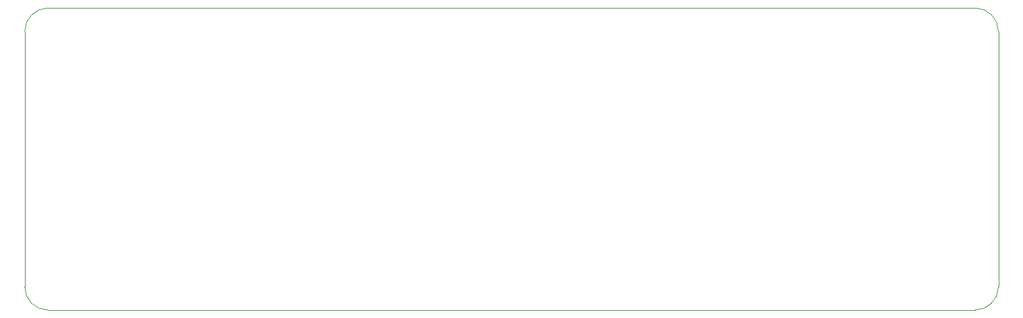
<source format=gbr>
%TF.GenerationSoftware,KiCad,Pcbnew,7.0.6-7.0.6~ubuntu20.04.1*%
%TF.CreationDate,2023-10-29T13:00:39+01:00*%
%TF.ProjectId,amurNutzlast,616d7572-4e75-4747-9a6c-6173742e6b69,rev?*%
%TF.SameCoordinates,Original*%
%TF.FileFunction,Profile,NP*%
%FSLAX46Y46*%
G04 Gerber Fmt 4.6, Leading zero omitted, Abs format (unit mm)*
G04 Created by KiCad (PCBNEW 7.0.6-7.0.6~ubuntu20.04.1) date 2023-10-29 13:00:39*
%MOMM*%
%LPD*%
G01*
G04 APERTURE LIST*
%TA.AperFunction,Profile*%
%ADD10C,0.100000*%
%TD*%
G04 APERTURE END LIST*
D10*
X53000000Y-69000000D02*
X172550000Y-69000000D01*
X50000000Y-66000000D02*
X50000000Y-63910000D01*
X50000000Y-66000000D02*
G75*
G03*
X53000000Y-69000000I3000000J0D01*
G01*
X50000000Y-33000000D02*
X50000000Y-63910000D01*
X53000000Y-30000000D02*
X172550000Y-30000000D01*
X53000000Y-30000000D02*
G75*
G03*
X50000000Y-33000000I0J-3000000D01*
G01*
X172550000Y-69000000D02*
G75*
G03*
X175550000Y-66000000I0J3000000D01*
G01*
X175550000Y-66000000D02*
X175550000Y-33000000D01*
X175550000Y-33000000D02*
G75*
G03*
X172550000Y-30000000I-3000000J0D01*
G01*
M02*

</source>
